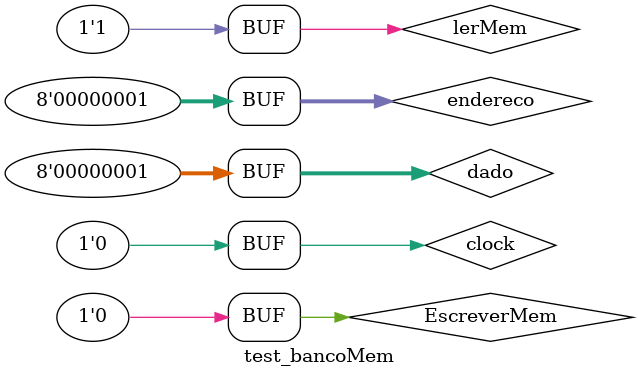
<source format=v>
module test_bancoMem;
  reg clock;
  reg [7:0] endereco;
  reg [7:0] dado;
  reg lerMem, EscreverMem;
  wire [7:0] out;
  initial begin
  clock = 0; endereco = 0; dado = 0; lerMem = 0; EscreverMem = 0;
   
   #1 clock = 1;
   endereco = 1;
   dado = 1;
   EscreverMem = 1;
   lerMem = 0;
   
   #1 clock = 0; 
   #1 clock = 1;
   endereco = 1;
   dado = 1;
   EscreverMem = 0;
   lerMem = 1;
   
   #1 clock = 0;
   
  end
  initial begin
  $monitor("Time=%0d clock %d endereco %d dado %d EscreveMem %d, lerMem %d, out %d",
  $time, clock, endereco, dado, EscreverMem, lerMem, out);
  end
  bancoMem gate1(clock, endereco, dado, out, lerMem, EscreverMem);
endmodule
</source>
